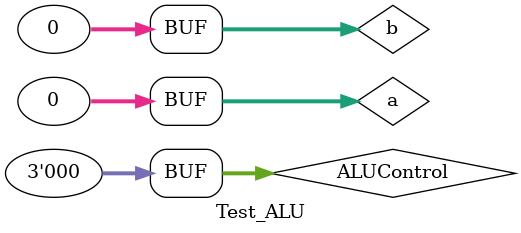
<source format=sv>
`timescale 1ns / 1ps


module Test_ALU();
logic [31:0]a;
logic [31:0]b;
logic [31:0]result;
logic [2:0] ALUControl;
logic zero_flag;

ALU DUT(.ALUControl(ALUControl), .a(a), .b(b), .result(result), .zero_flag(zero_flag));

initial
begin
    ALUControl = 3'b000;       //Addition 
    a = 32'b001; b = 32'b010;
    #10;
    
    ALUControl = 3'b000;       //Addition (-ve numbers) => Passed
    a = 32'hFFFFFFFF; b = 32'b010;
    #10;
    
    ALUControl = 3'b001;       //Subtraction => Passed
    a = 32'b10; b = 32'b01;
    #10;
    
    ALUControl = 3'b001;       //Subtraction (b<0) => Passed
    a = 32'b001; b = 32'hFFFFFFFF;
    #10;
    
    ALUControl = 3'b010;       //AND Operation => Passed
    a = 32'b11110000; b = 32'b00001111;
    #10;
    
    ALUControl = 3'b011;       //OR => Passed
    a = 32'b11110000; b = 32'b00001111;
    #10;
    
    ALUControl = 3'b101;       //SLT => passed
    a = 32'b100; b = 32'b001;
    #10;
    a = 32'b001; b = 32'b100;
    
    ALUControl = 3'b000;       //Checking Zero Flag => Passed
    a = 32'b000; b = 32'b000;
    #10;
end

endmodule

</source>
